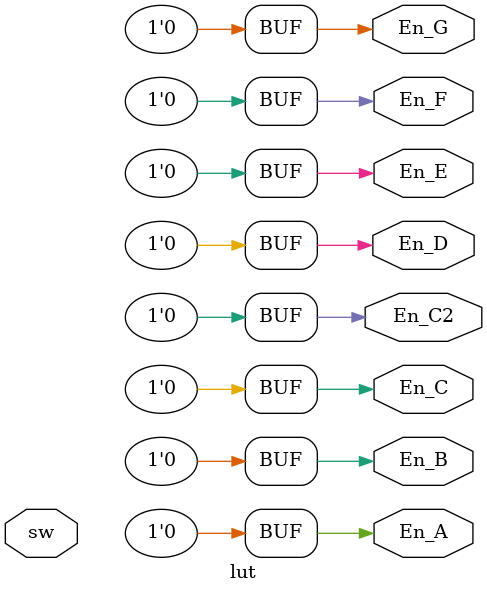
<source format=v>

module lut(sw, En_C, En_D, En_E, En_F, En_G, En_A, En_B, En_C2);
input[7:0] sw;
output En_C=0, En_D=0, En_E=0, En_F=0, En_G=0, En_A=0, En_B=0, En_C2=0;

always@(sw) begin
	if (sw[0]) begin En_C = 1;
	end
	if (sw[1]) begin En_D = 1;
	end
	if (sw[2]) begin En_E = 1;
	end
	if (sw[3]) begin En_F = 1;
	end
	if (sw[4]) begin En_G = 1;
	end
	if (sw[5]) begin En_A = 1;
	end
	if (sw[6]) begin En_B = 1;
	end
	if (sw[7]) begin En_C2 = 1;
	end
end
endmodule 
</source>
